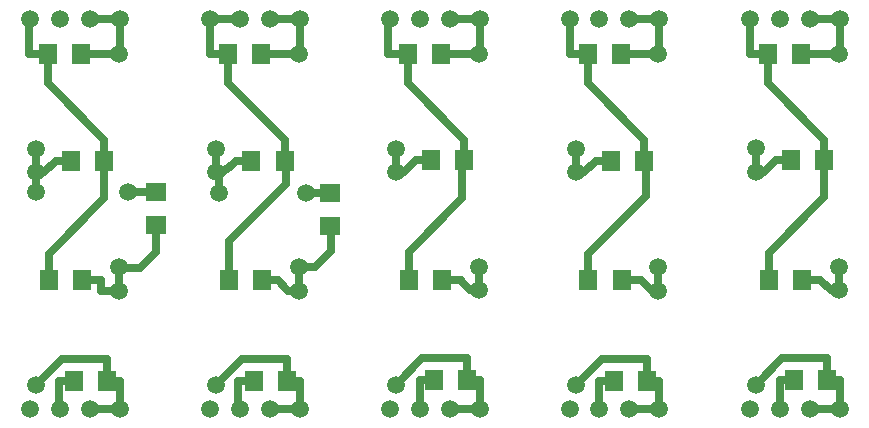
<source format=gbr>
G04 DipTrace 3.3.1.1*
G04 Top.gbr*
%MOIN*%
G04 #@! TF.FileFunction,Copper,L1,Top*
G04 #@! TF.Part,Single*
G04 #@! TA.AperFunction,Conductor*
%ADD14C,0.027559*%
%ADD17R,0.062992X0.070866*%
G04 #@! TA.AperFunction,ComponentPad*
%ADD19C,0.059055*%
%ADD20R,0.070866X0.062992*%
%FSLAX26Y26*%
G04*
G70*
G90*
G75*
G01*
G04 Top*
%LPD*%
X1253486Y1730547D2*
D14*
Y1633776D1*
X1442462Y1444799D1*
Y1376217D1*
X1192530Y1848654D2*
X1194827D1*
Y1730547D1*
X1253486D1*
X1341409Y643067D2*
X1286820D1*
Y548638D1*
X1293077D1*
X1442462Y1376217D2*
X1447807D1*
Y1298070D1*
X1256547Y1106810D1*
Y978608D1*
X652938Y1730563D2*
Y1633791D1*
X841915Y1444815D1*
Y1376232D1*
X592530Y1848654D2*
X592272D1*
Y1730563D1*
X652938D1*
X740862Y643083D2*
X691164D1*
Y548654D1*
X692530D1*
X841915Y1376232D2*
Y1250231D1*
X656000Y1064316D1*
Y978623D1*
X1853049Y1730891D2*
Y1634119D1*
X2042025Y1445143D1*
Y1376560D1*
X1792530Y1848654D2*
X1788182D1*
Y1730891D1*
X1853049D1*
X1940972Y643411D2*
X1892640D1*
Y548982D1*
X2042025Y1376560D2*
X2034264D1*
Y1251268D1*
X1856110Y1073114D1*
Y978951D1*
X2452451Y1730354D2*
Y1633583D1*
X2641428Y1444606D1*
Y1376024D1*
X2392530Y1848654D2*
X2395337D1*
Y1730354D1*
X2452451D1*
X2540375Y642874D2*
X2492043D1*
Y548445D1*
X2641428Y1376024D2*
X2648318D1*
Y1258167D1*
X2455513Y1065362D1*
Y978415D1*
X3052829Y1731769D2*
Y1634997D1*
X3241806Y1446021D1*
Y1377438D1*
X2992421Y1849860D2*
X2993293D1*
Y1731769D1*
X3052829D1*
X3140753Y644289D2*
X3092421D1*
Y549860D1*
X3241806Y1377438D2*
Y1253699D1*
X3055891Y1067785D1*
Y979829D1*
X1192530Y1848654D2*
X1293077D1*
Y1848638D1*
X1214115Y1336846D2*
X1236707D1*
X1259549Y1359688D1*
Y1354406D1*
X1281360Y1376217D1*
X1332226D1*
X1214115Y1336846D2*
Y1415587D1*
Y1336846D2*
X1223070D1*
Y1269491D1*
X1515262D2*
X1593713D1*
X1489706Y943146D2*
X1454652D1*
X1419190Y978608D1*
X1366783D1*
X1489706Y943146D2*
Y1021886D1*
X1593713Y1159255D2*
X1598745D1*
Y1076114D1*
X1544517Y1021886D1*
X1489706D1*
X1214115Y628185D2*
X1302147Y716217D1*
X1451646D1*
Y643067D1*
X1493077D1*
Y548638D1*
X1393077D2*
X1493077D1*
Y1848638D2*
X1393077D1*
X1363722Y1730547D2*
X1489706D1*
X1493077D1*
Y1848638D1*
X1813678Y1337190D2*
X1841552D1*
X1880923Y1376560D1*
X1931789D1*
X1813678Y1337190D2*
Y1415930D1*
X2089269Y943490D2*
X2059164D1*
X2029399Y973255D1*
Y978951D1*
X1966346D1*
X2089269Y943490D2*
Y1022230D1*
X1813678Y628529D2*
X1901710Y716560D1*
X2051209D1*
Y643411D1*
X2092640D1*
Y548982D1*
X1992640D2*
X2092640D1*
Y1848982D2*
X1992640D1*
X1963285Y1730891D2*
X2089269D1*
X2092640D1*
Y1848982D1*
X2413081Y1336654D2*
X2440955D1*
X2480325Y1376024D1*
X2531192D1*
X2413081Y1336654D2*
Y1415394D1*
X613568Y1336862D2*
X641442D1*
X680812Y1376232D1*
X731678D1*
X613568Y1336862D2*
Y1415602D1*
Y1336862D2*
Y1272289D1*
X919747D2*
X1015428D1*
X889159Y943161D2*
X829289D1*
Y978623D1*
X766236D1*
X889159Y943161D2*
Y1021902D1*
Y943161D2*
Y1017676D1*
X961488D1*
X1015428Y1071615D1*
Y1162052D1*
X613568Y628201D2*
X701600Y716232D1*
X851098D1*
Y643083D1*
X892530D1*
Y548654D1*
X792530D2*
X892530D1*
X2688672Y942953D2*
X2666856D1*
X2631394Y978415D1*
X2565749D1*
X2688672Y942953D2*
Y1021693D1*
X2413081Y627992D2*
X2501113Y716024D1*
X2650612D1*
Y642874D1*
X2692043D1*
Y548445D1*
X2592043D2*
X2692043D1*
Y1848445D2*
X2592043D1*
X2562688Y1730354D2*
X2688672D1*
X2692043D1*
Y1848445D1*
X892530Y1848654D2*
X792530D1*
X763175Y1730563D2*
X889159D1*
X892530D1*
Y1848654D1*
X3013459Y1338068D2*
X3041333D1*
X3080703Y1377438D1*
X3131570D1*
X3013459Y1338068D2*
Y1416808D1*
X3289050Y944367D2*
X3263396D1*
X3227934Y979829D1*
X3166127D1*
X3289050Y944367D2*
Y1023108D1*
X3013459Y629407D2*
X3101491Y717438D1*
X3250990D1*
Y644289D1*
X3292421D1*
Y549860D1*
X3192421D2*
X3292421D1*
Y1849860D2*
X3192421D1*
X3163066Y1731769D2*
X3289050D1*
X3292421D1*
Y1849860D1*
D19*
X1223070Y1269491D3*
X1515262D3*
X613568Y1272289D3*
X919747D3*
D17*
X3052829Y1731769D3*
X3163066D3*
X3131570Y1377438D3*
X3241806D3*
X3055891Y979829D3*
X3166127D3*
X3140753Y644289D3*
X3250990D3*
X2452451Y1730354D3*
X2562688D3*
X2531192Y1376024D3*
X2641428D3*
X2455513Y978415D3*
X2565749D3*
X2540375Y642874D3*
X2650612D3*
X1853049Y1730891D3*
X1963285D3*
X1931789Y1376560D3*
X2042025D3*
X1856110Y978951D3*
X1966346D3*
X1940972Y643411D3*
X2051209D3*
X1253486Y1730547D3*
X1363722D3*
X1332226Y1376217D3*
X1442462D3*
X1256547Y978608D3*
X1366783D3*
X1341409Y643067D3*
X1451646D3*
X652938Y1730563D3*
X763175D3*
X731678Y1376232D3*
X841915D3*
X656000Y978623D3*
X766236D3*
X740862Y643083D3*
X851098D3*
D19*
X3013459Y1416808D3*
X3289050Y1731769D3*
X3013459Y1338068D3*
X3289050Y1023108D3*
Y944367D3*
X3013459Y629407D3*
X2413081Y1415394D3*
X2688672Y1730354D3*
X2413081Y1336654D3*
X2688672Y1021693D3*
Y942953D3*
X2413081Y627992D3*
X1813678Y1415930D3*
X2089269Y1730891D3*
X1813678Y1337190D3*
X2089269Y1022230D3*
Y943490D3*
X1813678Y628529D3*
X1214115Y1415587D3*
X1489706Y1730547D3*
X1214115Y1336846D3*
X1489706Y1021886D3*
Y943146D3*
X1214115Y628185D3*
X613568Y1415602D3*
X889159Y1730563D3*
X613568Y1336862D3*
X889159Y1021902D3*
Y943161D3*
X613568Y628201D3*
X592530Y1848654D3*
X1293077Y1848638D3*
X1393077D3*
X1493077D3*
X1293077Y548638D3*
X1393077D3*
X1493077D3*
X1892640Y1848982D3*
X1992640D3*
X2092640D3*
X1892640Y548982D3*
X1992640D3*
X2092640D3*
X2492043Y1848445D3*
X692530Y1848654D3*
X792530D3*
X892530D3*
X1192530D3*
X2592043Y1848445D3*
X2692043D3*
X2492043Y548445D3*
X1792530Y1848654D3*
X2592043Y548445D3*
X2692043D3*
X2392530Y1848654D3*
X592530Y548654D3*
X2992421Y1849860D3*
X3092421D3*
X692530Y548654D3*
X792530D3*
X892530D3*
X1192530D3*
X3192421Y1849860D3*
X3292421D3*
X2992421Y549860D3*
X1792530Y548654D3*
X3092421Y549860D3*
X3192421D3*
X3292421D3*
X2392530Y548654D3*
D20*
X1015428Y1162052D3*
Y1272289D3*
X1593713Y1159255D3*
Y1269491D3*
M02*

</source>
